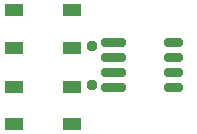
<source format=gbr>
%TF.GenerationSoftware,KiCad,Pcbnew,(5.1.6)-1*%
%TF.CreationDate,2020-07-03T21:52:39-04:00*%
%TF.ProjectId,SRF Pendant Daughterboards,53524620-5065-46e6-9461-6e7420446175,rev?*%
%TF.SameCoordinates,Original*%
%TF.FileFunction,Soldermask,Bot*%
%TF.FilePolarity,Negative*%
%FSLAX46Y46*%
G04 Gerber Fmt 4.6, Leading zero omitted, Abs format (unit mm)*
G04 Created by KiCad (PCBNEW (5.1.6)-1) date 2020-07-03 21:52:39*
%MOMM*%
%LPD*%
G01*
G04 APERTURE LIST*
%ADD10C,0.950000*%
%ADD11R,1.600000X1.100000*%
G04 APERTURE END LIST*
D10*
%TO.C,REF\u002A\u002A*%
X151700000Y-100000000D03*
%TD*%
%TO.C,REF\u002A\u002A*%
X151700000Y-96700000D03*
%TD*%
D11*
%TO.C,D1*%
X150050000Y-100100000D03*
X150050000Y-103300000D03*
X145150000Y-100100000D03*
X145150000Y-103300000D03*
%TD*%
%TO.C,D1*%
X145150000Y-96800000D03*
X145150000Y-93600000D03*
X150050000Y-96800000D03*
X150050000Y-93600000D03*
%TD*%
%TO.C,U1*%
G36*
G01*
X154600000Y-96207500D02*
X154600000Y-96582500D01*
G75*
G02*
X154412500Y-96770000I-187500J0D01*
G01*
X152712500Y-96770000D01*
G75*
G02*
X152525000Y-96582500I0J187500D01*
G01*
X152525000Y-96207500D01*
G75*
G02*
X152712500Y-96020000I187500J0D01*
G01*
X154412500Y-96020000D01*
G75*
G02*
X154600000Y-96207500I0J-187500D01*
G01*
G37*
G36*
G01*
X154600000Y-97477500D02*
X154600000Y-97852500D01*
G75*
G02*
X154412500Y-98040000I-187500J0D01*
G01*
X152712500Y-98040000D01*
G75*
G02*
X152525000Y-97852500I0J187500D01*
G01*
X152525000Y-97477500D01*
G75*
G02*
X152712500Y-97290000I187500J0D01*
G01*
X154412500Y-97290000D01*
G75*
G02*
X154600000Y-97477500I0J-187500D01*
G01*
G37*
G36*
G01*
X154600000Y-98747500D02*
X154600000Y-99122500D01*
G75*
G02*
X154412500Y-99310000I-187500J0D01*
G01*
X152712500Y-99310000D01*
G75*
G02*
X152525000Y-99122500I0J187500D01*
G01*
X152525000Y-98747500D01*
G75*
G02*
X152712500Y-98560000I187500J0D01*
G01*
X154412500Y-98560000D01*
G75*
G02*
X154600000Y-98747500I0J-187500D01*
G01*
G37*
G36*
G01*
X154600000Y-100017500D02*
X154600000Y-100392500D01*
G75*
G02*
X154412500Y-100580000I-187500J0D01*
G01*
X152712500Y-100580000D01*
G75*
G02*
X152525000Y-100392500I0J187500D01*
G01*
X152525000Y-100017500D01*
G75*
G02*
X152712500Y-99830000I187500J0D01*
G01*
X154412500Y-99830000D01*
G75*
G02*
X154600000Y-100017500I0J-187500D01*
G01*
G37*
G36*
G01*
X159437500Y-100017500D02*
X159437500Y-100392500D01*
G75*
G02*
X159250000Y-100580000I-187500J0D01*
G01*
X158025000Y-100580000D01*
G75*
G02*
X157837500Y-100392500I0J187500D01*
G01*
X157837500Y-100017500D01*
G75*
G02*
X158025000Y-99830000I187500J0D01*
G01*
X159250000Y-99830000D01*
G75*
G02*
X159437500Y-100017500I0J-187500D01*
G01*
G37*
G36*
G01*
X159437500Y-98747500D02*
X159437500Y-99122500D01*
G75*
G02*
X159250000Y-99310000I-187500J0D01*
G01*
X158025000Y-99310000D01*
G75*
G02*
X157837500Y-99122500I0J187500D01*
G01*
X157837500Y-98747500D01*
G75*
G02*
X158025000Y-98560000I187500J0D01*
G01*
X159250000Y-98560000D01*
G75*
G02*
X159437500Y-98747500I0J-187500D01*
G01*
G37*
G36*
G01*
X159437500Y-97477500D02*
X159437500Y-97852500D01*
G75*
G02*
X159250000Y-98040000I-187500J0D01*
G01*
X158025000Y-98040000D01*
G75*
G02*
X157837500Y-97852500I0J187500D01*
G01*
X157837500Y-97477500D01*
G75*
G02*
X158025000Y-97290000I187500J0D01*
G01*
X159250000Y-97290000D01*
G75*
G02*
X159437500Y-97477500I0J-187500D01*
G01*
G37*
G36*
G01*
X159437500Y-96207500D02*
X159437500Y-96582500D01*
G75*
G02*
X159250000Y-96770000I-187500J0D01*
G01*
X158025000Y-96770000D01*
G75*
G02*
X157837500Y-96582500I0J187500D01*
G01*
X157837500Y-96207500D01*
G75*
G02*
X158025000Y-96020000I187500J0D01*
G01*
X159250000Y-96020000D01*
G75*
G02*
X159437500Y-96207500I0J-187500D01*
G01*
G37*
%TD*%
M02*

</source>
